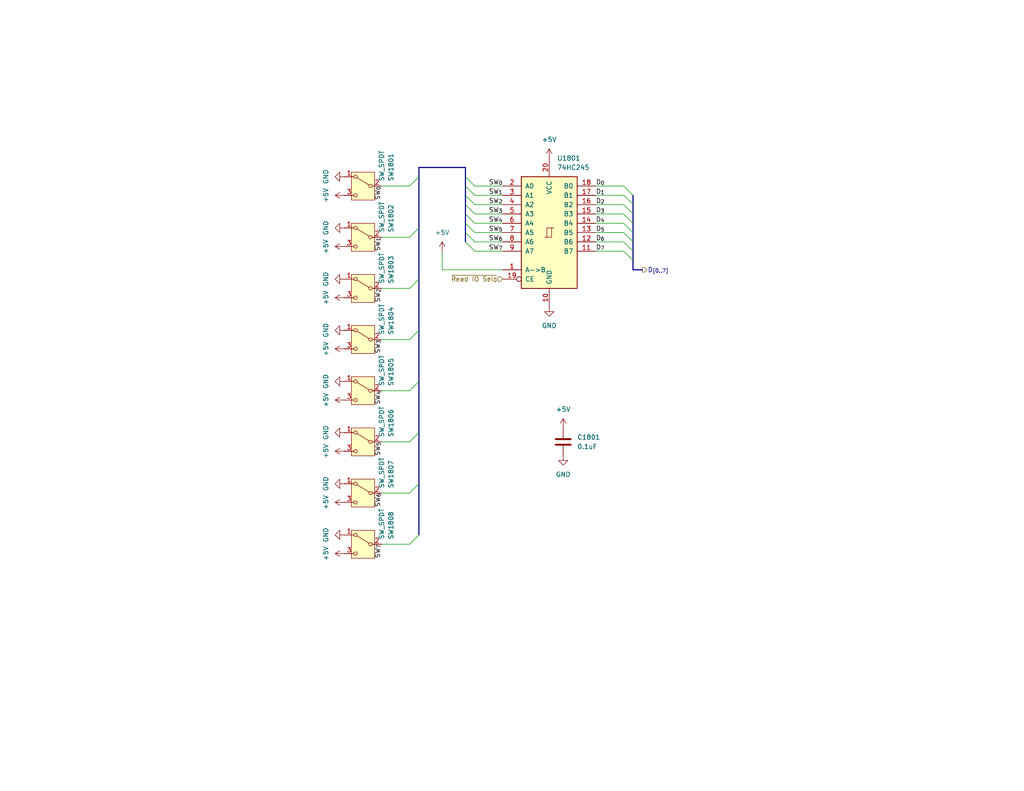
<source format=kicad_sch>
(kicad_sch (version 20250114) (generator "eeschema") (generator_version "9.0")
  (paper "USLetter")
  (title_block (title "BRISC8 CPU") (date "2025-06-26") (rev "v1.0.0") (company "Brian Duffy") (comment 3 "Compatible with the BRISC8 assembler and compiler suite.") (comment 4 "Simple 8-bit RISC CPU designed by Brian Duffy to explore the lowest level of computing."))
  (lib_symbols
    (symbol "74xx:74HC245" (pin_names (offset 1.016))
      (property "Reference" "U" (at -7.62 16.51 0))
      (property "Value" "74HC245" (at -7.62 -16.51 0))
      (symbol "74HC245_1_0"
        (polyline (pts (xy -1.27 -1.27) (xy 0.635 -1.27) (xy 0.635 1.27) (xy 1.27 1.27)))
        (polyline (pts (xy -0.635 -1.27) (xy -0.635 1.27) (xy 0.635 1.27)))
        (pin tri_state line (at -12.7 12.7 0) (length 5.08) (name "A0") (number "2"))
        (pin tri_state line (at -12.7 10.16 0) (length 5.08) (name "A1") (number "3"))
        (pin tri_state line (at -12.7 7.62 0) (length 5.08) (name "A2") (number "4"))
        (pin tri_state line (at -12.7 5.08 0) (length 5.08) (name "A3") (number "5"))
        (pin tri_state line (at -12.7 2.54 0) (length 5.08) (name "A4") (number "6"))
        (pin tri_state line (at -12.7 0 0) (length 5.08) (name "A5") (number "7"))
        (pin tri_state line (at -12.7 -2.54 0) (length 5.08) (name "A6") (number "8"))
        (pin tri_state line (at -12.7 -5.08 0) (length 5.08) (name "A7") (number "9"))
        (pin input line (at -12.7 -10.16 0) (length 5.08) (name "A->B") (number "1"))
        (pin input inverted (at -12.7 -12.7 0) (length 5.08) (name "CE") (number "19"))
        (pin power_in line (at 0 20.32 270) (length 5.08) (name "VCC") (number "20"))
        (pin power_in line (at 0 -20.32 90) (length 5.08) (name "GND") (number "10"))
        (pin tri_state line (at 12.7 12.7 180) (length 5.08) (name "B0") (number "18"))
        (pin tri_state line (at 12.7 10.16 180) (length 5.08) (name "B1") (number "17"))
        (pin tri_state line (at 12.7 7.62 180) (length 5.08) (name "B2") (number "16"))
        (pin tri_state line (at 12.7 5.08 180) (length 5.08) (name "B3") (number "15"))
        (pin tri_state line (at 12.7 2.54 180) (length 5.08) (name "B4") (number "14"))
        (pin tri_state line (at 12.7 0 180) (length 5.08) (name "B5") (number "13"))
        (pin tri_state line (at 12.7 -2.54 180) (length 5.08) (name "B6") (number "12"))
        (pin tri_state line (at 12.7 -5.08 180) (length 5.08) (name "B7") (number "11"))
      )
      (symbol "74HC245_1_1"
        (rectangle (start -7.62 15.24) (end 7.62 -15.24) (stroke (width 0.254)) (fill (type background)))
      )
    )
    (symbol "Device:C" (pin_numbers (hide yes)) (pin_names (offset 0.254))
      (property "Reference" "C" (at 0.635 2.54 0))
      (property "Value" "C" (at 0.635 -2.54 0))
      (symbol "C_0_1"
        (polyline (pts (xy -2.032 0.762) (xy 2.032 0.762)) (stroke (width 0.508)))
        (polyline (pts (xy -2.032 -0.762) (xy 2.032 -0.762)) (stroke (width 0.508)))
      )
      (symbol "C_1_1"
        (pin passive line (at 0 3.81 270) (length 2.794) (name "~") (number "1"))
        (pin passive line (at 0 -3.81 90) (length 2.794) (name "~") (number "2"))
      )
    )
    (symbol "Switch:SW_SPDT" (pin_names (offset 0) (hide yes))
      (property "Reference" "SW" (at 0 5.08 0))
      (property "Value" "SW_SPDT" (at 0 -5.08 0))
      (symbol "SW_SPDT_0_1"
        (circle (center -2.032 0) (radius 0.4572))
        (polyline (pts (xy -1.651 0.254) (xy 1.651 2.286)))
        (circle (center 2.032 2.54) (radius 0.4572))
        (circle (center 2.032 -2.54) (radius 0.4572))
      )
      (symbol "SW_SPDT_1_1"
        (rectangle (start -3.175 3.81) (end 3.175 -3.81) (fill (type background)))
        (pin passive line (at -5.08 0 0) (length 2.54) (name "B") (number "2"))
        (pin passive line (at 5.08 2.54 180) (length 2.54) (name "A") (number "1"))
        (pin passive line (at 5.08 -2.54 180) (length 2.54) (name "C") (number "3"))
      )
    )
    (symbol "power:+5V" (power) (pin_numbers (hide yes)) (pin_names (offset 0) (hide yes))
      (property "Value" "+5V" (at 0 3.556 0))
      (symbol "+5V_0_1"
        (polyline (pts (xy -0.762 1.27) (xy 0 2.54)))
        (polyline (pts (xy 0 2.54) (xy 0.762 1.27)))
        (polyline (pts (xy 0 0) (xy 0 2.54)))
      )
      (symbol "+5V_1_1"
        (pin power_in line (at 0 0 90) (length 0) (name "~") (number "1"))
      )
    )
    (symbol "power:GND" (power) (pin_numbers (hide yes)) (pin_names (offset 0) (hide yes))
      (property "Value" "GND" (at 0 -3.81 0))
      (symbol "GND_0_1"
        (polyline (pts (xy 0 0) (xy 0 -1.27) (xy 1.27 -1.27) (xy 0 -2.54) (xy -1.27 -1.27) (xy 0 -1.27)))
      )
      (symbol "GND_1_1"
        (pin power_in line (at 0 0 270) (length 0) (name "~") (number "1"))
      )
    )
  )
  (bus_entry (at 127 55.88) (size 2.54 2.54))
  (bus_entry (at 114.3 132.08) (size -2.54 2.54))
  (bus_entry (at 170.18 55.88) (size 2.54 2.54))
  (bus_entry (at 127 48.26) (size 2.54 2.54))
  (bus_entry (at 114.3 76.2) (size -2.54 2.54))
  (bus_entry (at 114.3 48.26) (size -2.54 2.54))
  (bus_entry (at 114.3 104.14) (size -2.54 2.54))
  (bus_entry (at 170.18 53.34) (size 2.54 2.54))
  (bus_entry (at 127 66.04) (size 2.54 2.54))
  (bus_entry (at 170.18 66.04) (size 2.54 2.54))
  (bus_entry (at 114.3 118.11) (size -2.54 2.54))
  (bus_entry (at 114.3 146.05) (size -2.54 2.54))
  (bus_entry (at 127 50.8) (size 2.54 2.54))
  (bus_entry (at 170.18 68.58) (size 2.54 2.54))
  (bus_entry (at 127 63.5) (size 2.54 2.54))
  (bus_entry (at 127 58.42) (size 2.54 2.54))
  (bus_entry (at 170.18 50.8) (size 2.54 2.54))
  (bus_entry (at 114.3 90.17) (size -2.54 2.54))
  (bus_entry (at 170.18 60.96) (size 2.54 2.54))
  (bus_entry (at 127 53.34) (size 2.54 2.54))
  (bus_entry (at 170.18 58.42) (size 2.54 2.54))
  (bus_entry (at 170.18 63.5) (size 2.54 2.54))
  (bus_entry (at 114.3 62.23) (size -2.54 2.54))
  (bus_entry (at 127 60.96) (size 2.54 2.54))
  (bus (pts (xy 172.72 73.66) (xy 175.26 73.66)))
  (wire (pts (xy 129.54 58.42) (xy 137.16 58.42)))
  (bus (pts (xy 127 58.42) (xy 127 60.96)))
  (bus (pts (xy 114.3 62.23) (xy 114.3 48.26)))
  (wire (pts (xy 120.65 68.58) (xy 120.65 73.66)))
  (wire (pts (xy 129.54 55.88) (xy 137.16 55.88)))
  (bus (pts (xy 127 45.72) (xy 114.3 45.72)))
  (bus (pts (xy 127 55.88) (xy 127 58.42)))
  (wire (pts (xy 162.56 68.58) (xy 170.18 68.58)))
  (bus (pts (xy 114.3 132.08) (xy 114.3 118.11)))
  (bus (pts (xy 114.3 76.2) (xy 114.3 62.23)))
  (wire (pts (xy 111.76 50.8) (xy 104.14 50.8)))
  (bus (pts (xy 172.72 66.04) (xy 172.72 68.58)))
  (wire (pts (xy 111.76 120.65) (xy 104.14 120.65)))
  (bus (pts (xy 114.3 146.05) (xy 114.3 132.08)))
  (bus (pts (xy 114.3 48.26) (xy 114.3 45.72)))
  (wire (pts (xy 162.56 66.04) (xy 170.18 66.04)))
  (wire (pts (xy 162.56 53.34) (xy 170.18 53.34)))
  (bus (pts (xy 127 60.96) (xy 127 63.5)))
  (bus (pts (xy 127 48.26) (xy 127 50.8)))
  (bus (pts (xy 127 63.5) (xy 127 66.04)))
  (wire (pts (xy 129.54 53.34) (xy 137.16 53.34)))
  (wire (pts (xy 162.56 60.96) (xy 170.18 60.96)))
  (wire (pts (xy 111.76 134.62) (xy 104.14 134.62)))
  (bus (pts (xy 172.72 53.34) (xy 172.72 55.88)))
  (wire (pts (xy 129.54 60.96) (xy 137.16 60.96)))
  (wire (pts (xy 111.76 64.77) (xy 104.14 64.77)))
  (bus (pts (xy 172.72 58.42) (xy 172.72 60.96)))
  (wire (pts (xy 162.56 55.88) (xy 170.18 55.88)))
  (bus (pts (xy 172.72 60.96) (xy 172.72 63.5)))
  (bus (pts (xy 127 45.72) (xy 127 48.26)))
  (wire (pts (xy 111.76 78.74) (xy 104.14 78.74)))
  (bus (pts (xy 114.3 104.14) (xy 114.3 90.17)))
  (bus (pts (xy 114.3 118.11) (xy 114.3 104.14)))
  (bus (pts (xy 127 53.34) (xy 127 55.88)))
  (wire (pts (xy 162.56 50.8) (xy 170.18 50.8)))
  (bus (pts (xy 172.72 71.12) (xy 172.72 73.66)))
  (wire (pts (xy 129.54 66.04) (xy 137.16 66.04)))
  (wire (pts (xy 111.76 92.71) (xy 104.14 92.71)))
  (bus (pts (xy 114.3 90.17) (xy 114.3 76.2)))
  (wire (pts (xy 162.56 58.42) (xy 170.18 58.42)))
  (bus (pts (xy 172.72 68.58) (xy 172.72 71.12)))
  (wire (pts (xy 129.54 50.8) (xy 137.16 50.8)))
  (wire (pts (xy 137.16 73.66) (xy 120.65 73.66)))
  (wire (pts (xy 129.54 68.58) (xy 137.16 68.58)))
  (wire (pts (xy 129.54 63.5) (xy 137.16 63.5)))
  (bus (pts (xy 172.72 55.88) (xy 172.72 58.42)))
  (wire (pts (xy 111.76 148.59) (xy 104.14 148.59)))
  (bus (pts (xy 172.72 63.5) (xy 172.72 66.04)))
  (wire (pts (xy 162.56 63.5) (xy 170.18 63.5)))
  (bus (pts (xy 127 50.8) (xy 127 53.34)))
  (wire (pts (xy 111.76 106.68) (xy 104.14 106.68)))
  (label "SW_{3}" (at 137.16 58.42 180))
  (label "SW_{6}" (at 104.14 134.62 270))
  (label "D_{1}" (at 162.56 53.34 0))
  (label "D_{6}" (at 162.56 66.04 0))
  (label "SW_{0}" (at 104.14 50.8 270))
  (label "SW_{5}" (at 137.16 63.5 180))
  (label "D_{4}" (at 162.56 60.96 0))
  (label "SW_{5}" (at 104.14 120.65 270))
  (label "SW_{3}" (at 104.14 92.71 270))
  (label "D_{0}" (at 162.56 50.8 0))
  (label "SW_{7}" (at 104.14 148.59 270))
  (label "SW_{2}" (at 137.16 55.88 180))
  (label "SW_{4}" (at 137.16 60.96 180))
  (label "SW_{4}" (at 104.14 106.68 270))
  (label "D_{7}" (at 162.56 68.58 0))
  (label "D_{2}" (at 162.56 55.88 0))
  (label "D_{5}" (at 162.56 63.5 0))
  (label "SW_{7}" (at 137.16 68.58 180))
  (label "SW_{1}" (at 104.14 64.77 270))
  (label "SW_{2}" (at 104.14 78.74 270))
  (label "D_{3}" (at 162.56 58.42 0))
  (label "SW_{6}" (at 137.16 66.04 180))
  (label "SW_{0}" (at 137.16 50.8 180))
  (label "SW_{1}" (at 137.16 53.34 180))
  (hierarchical_label "D_{[0..7]}" (shape output) (at 175.26 73.66 0))
  (hierarchical_label "~{Read IO Sel_{0}}" (shape input) (at 137.16 76.2 180))
  (symbol (lib_id "power:GND") (at 153.67 124.46 0) (unit 1)
    (property "Reference" "#PWR01817" (effects (hide yes)))
    (property "Value" "GND" (at 153.67 129.54 0))
    (property "Description" "Power symbol creates a global label with name \"GND\" , ground" (effects (hide yes)))
  )
  (symbol (lib_id "Switch:SW_SPDT") (at 99.06 78.74 0) (mirror y) (unit 1)
    (property "Reference" "SW1803" (at 106.68 77.47 90) (effects (justify left)))
    (property "Value" "SW_SPDT" (at 104.14 77.47 90) (effects (justify left)))
    (property "Footprint" "Button_Switch_THT:SW_Slide-03_Wuerth-WS-SLTV_10x2.5x6.4_P2.54mm" (effects (hide yes)))
    (property "Description" "Switch, single pole double throw" (effects (hide yes)))
  )
  (symbol (lib_id "74xx:74HC245") (at 149.86 63.5 0) (unit 1)
    (property "Reference" "U1801" (at 152.0033 43.18 0) (effects (justify left)))
    (property "Value" "74HC245" (at 152.0033 45.72 0) (effects (justify left)))
    (property "Footprint" "Package_DIP:DIP-20_W7.62mm" (effects (hide yes)))
    (property "Datasheet" "http://www.ti.com/lit/gpn/sn74HC245" (effects (hide yes)))
    (property "Description" "Octal BUS Transceivers, 3-State outputs" (effects (hide yes)))
  )
  (symbol (lib_id "power:+5V") (at 93.98 123.19 90) (mirror x) (unit 1)
    (property "Reference" "#PWR01816" (effects (hide yes)))
    (property "Value" "+5V" (at 88.9 123.19 0))
    (property "Description" "Power symbol creates a global label with name \"+5V\"" (effects (hide yes)))
  )
  (symbol (lib_id "power:+5V") (at 93.98 137.16 90) (mirror x) (unit 1)
    (property "Reference" "#PWR01819" (effects (hide yes)))
    (property "Value" "+5V" (at 88.9 137.16 0))
    (property "Description" "Power symbol creates a global label with name \"+5V\"" (effects (hide yes)))
  )
  (symbol (lib_id "power:+5V") (at 149.86 43.18 0) (unit 1)
    (property "Reference" "#PWR01801" (effects (hide yes)))
    (property "Value" "+5V" (at 149.86 38.1 0))
    (property "Description" "Power symbol creates a global label with name \"+5V\"" (effects (hide yes)))
  )
  (symbol (lib_id "power:+5V") (at 93.98 67.31 90) (mirror x) (unit 1)
    (property "Reference" "#PWR01805" (effects (hide yes)))
    (property "Value" "+5V" (at 88.9 67.31 0))
    (property "Description" "Power symbol creates a global label with name \"+5V\"" (effects (hide yes)))
  )
  (symbol (lib_id "Switch:SW_SPDT") (at 99.06 50.8 0) (mirror y) (unit 1)
    (property "Reference" "SW1801" (at 106.68 49.53 90) (effects (justify left)))
    (property "Value" "SW_SPDT" (at 104.14 49.53 90) (effects (justify left)))
    (property "Footprint" "Button_Switch_THT:SW_Slide-03_Wuerth-WS-SLTV_10x2.5x6.4_P2.54mm" (effects (hide yes)))
    (property "Description" "Switch, single pole double throw" (effects (hide yes)))
  )
  (symbol (lib_id "power:GND") (at 93.98 146.05 270) (mirror x) (unit 1)
    (property "Reference" "#PWR01820" (effects (hide yes)))
    (property "Value" "GND" (at 88.9 146.05 0))
    (property "Description" "Power symbol creates a global label with name \"GND\" , ground" (effects (hide yes)))
  )
  (symbol (lib_id "power:+5V") (at 93.98 151.13 90) (mirror x) (unit 1)
    (property "Reference" "#PWR01821" (effects (hide yes)))
    (property "Value" "+5V" (at 88.9 151.13 0))
    (property "Description" "Power symbol creates a global label with name \"+5V\"" (effects (hide yes)))
  )
  (symbol (lib_id "Switch:SW_SPDT") (at 99.06 134.62 0) (mirror y) (unit 1)
    (property "Reference" "SW1807" (at 106.68 133.35 90) (effects (justify left)))
    (property "Value" "SW_SPDT" (at 104.14 133.35 90) (effects (justify left)))
    (property "Footprint" "Button_Switch_THT:SW_Slide-03_Wuerth-WS-SLTV_10x2.5x6.4_P2.54mm" (effects (hide yes)))
    (property "Description" "Switch, single pole double throw" (effects (hide yes)))
  )
  (symbol (lib_id "Switch:SW_SPDT") (at 99.06 92.71 0) (mirror y) (unit 1)
    (property "Reference" "SW1804" (at 106.68 91.44 90) (effects (justify left)))
    (property "Value" "SW_SPDT" (at 104.14 91.44 90) (effects (justify left)))
    (property "Footprint" "Button_Switch_THT:SW_Slide-03_Wuerth-WS-SLTV_10x2.5x6.4_P2.54mm" (effects (hide yes)))
    (property "Description" "Switch, single pole double throw" (effects (hide yes)))
  )
  (symbol (lib_id "Switch:SW_SPDT") (at 99.06 106.68 0) (mirror y) (unit 1)
    (property "Reference" "SW1805" (at 106.68 105.41 90) (effects (justify left)))
    (property "Value" "SW_SPDT" (at 104.14 105.41 90) (effects (justify left)))
    (property "Footprint" "Button_Switch_THT:SW_Slide-03_Wuerth-WS-SLTV_10x2.5x6.4_P2.54mm" (effects (hide yes)))
    (property "Description" "Switch, single pole double throw" (effects (hide yes)))
  )
  (symbol (lib_id "power:GND") (at 93.98 90.17 270) (mirror x) (unit 1)
    (property "Reference" "#PWR01810" (effects (hide yes)))
    (property "Value" "GND" (at 88.9 90.17 0))
    (property "Description" "Power symbol creates a global label with name \"GND\" , ground" (effects (hide yes)))
  )
  (symbol (lib_id "power:GND") (at 93.98 132.08 270) (mirror x) (unit 1)
    (property "Reference" "#PWR01818" (effects (hide yes)))
    (property "Value" "GND" (at 88.9 132.08 0))
    (property "Description" "Power symbol creates a global label with name \"GND\" , ground" (effects (hide yes)))
  )
  (symbol (lib_id "power:GND") (at 93.98 76.2 270) (mirror x) (unit 1)
    (property "Reference" "#PWR01807" (effects (hide yes)))
    (property "Value" "GND" (at 88.9 76.2 0))
    (property "Description" "Power symbol creates a global label with name \"GND\" , ground" (effects (hide yes)))
  )
  (symbol (lib_id "power:GND") (at 93.98 118.11 270) (mirror x) (unit 1)
    (property "Reference" "#PWR01815" (effects (hide yes)))
    (property "Value" "GND" (at 88.9 118.11 0))
    (property "Description" "Power symbol creates a global label with name \"GND\" , ground" (effects (hide yes)))
  )
  (symbol (lib_id "Device:C") (at 153.67 120.65 0) (unit 1)
    (property "Reference" "C1801" (at 157.48 119.3799 0) (effects (justify left)))
    (property "Value" "0.1uF" (at 157.48 121.9199 0) (effects (justify left)))
    (property "Footprint" "Capacitor_THT:C_Rect_L4.0mm_W2.5mm_P2.50mm" (effects (hide yes)))
    (property "Description" "Unpolarized capacitor" (effects (hide yes)))
  )
  (symbol (lib_id "power:+5V") (at 93.98 95.25 90) (mirror x) (unit 1)
    (property "Reference" "#PWR01811" (effects (hide yes)))
    (property "Value" "+5V" (at 88.9 95.25 0))
    (property "Description" "Power symbol creates a global label with name \"+5V\"" (effects (hide yes)))
  )
  (symbol (lib_id "power:GND") (at 93.98 104.14 270) (mirror x) (unit 1)
    (property "Reference" "#PWR01812" (effects (hide yes)))
    (property "Value" "GND" (at 88.9 104.14 0))
    (property "Description" "Power symbol creates a global label with name \"GND\" , ground" (effects (hide yes)))
  )
  (symbol (lib_id "power:GND") (at 149.86 83.82 0) (unit 1)
    (property "Reference" "#PWR01809" (effects (hide yes)))
    (property "Value" "GND" (at 149.86 88.9 0))
    (property "Description" "Power symbol creates a global label with name \"GND\" , ground" (effects (hide yes)))
  )
  (symbol (lib_id "power:+5V") (at 93.98 81.28 90) (mirror x) (unit 1)
    (property "Reference" "#PWR01808" (effects (hide yes)))
    (property "Value" "+5V" (at 88.9 81.28 0))
    (property "Description" "Power symbol creates a global label with name \"+5V\"" (effects (hide yes)))
  )
  (symbol (lib_id "power:+5V") (at 93.98 109.22 90) (mirror x) (unit 1)
    (property "Reference" "#PWR01813" (effects (hide yes)))
    (property "Value" "+5V" (at 88.9 109.22 0))
    (property "Description" "Power symbol creates a global label with name \"+5V\"" (effects (hide yes)))
  )
  (symbol (lib_id "power:+5V") (at 153.67 116.84 0) (unit 1)
    (property "Reference" "#PWR01814" (effects (hide yes)))
    (property "Value" "+5V" (at 153.67 111.76 0))
    (property "Description" "Power symbol creates a global label with name \"+5V\"" (effects (hide yes)))
  )
  (symbol (lib_id "Switch:SW_SPDT") (at 99.06 64.77 0) (mirror y) (unit 1)
    (property "Reference" "SW1802" (at 106.68 63.5 90) (effects (justify left)))
    (property "Value" "SW_SPDT" (at 104.14 63.5 90) (effects (justify left)))
    (property "Footprint" "Button_Switch_THT:SW_Slide-03_Wuerth-WS-SLTV_10x2.5x6.4_P2.54mm" (effects (hide yes)))
    (property "Description" "Switch, single pole double throw" (effects (hide yes)))
  )
  (symbol (lib_id "power:GND") (at 93.98 48.26 270) (mirror x) (unit 1)
    (property "Reference" "#PWR01802" (effects (hide yes)))
    (property "Value" "GND" (at 88.9 48.26 0))
    (property "Description" "Power symbol creates a global label with name \"GND\" , ground" (effects (hide yes)))
  )
  (symbol (lib_id "power:GND") (at 93.98 62.23 270) (mirror x) (unit 1)
    (property "Reference" "#PWR01804" (effects (hide yes)))
    (property "Value" "GND" (at 88.9 62.23 0))
    (property "Description" "Power symbol creates a global label with name \"GND\" , ground" (effects (hide yes)))
  )
  (symbol (lib_id "power:+5V") (at 120.65 68.58 0) (unit 1)
    (property "Reference" "#PWR01806" (effects (hide yes)))
    (property "Value" "+5V" (at 120.65 63.5 0))
    (property "Description" "Power symbol creates a global label with name \"+5V\"" (effects (hide yes)))
  )
  (symbol (lib_id "Switch:SW_SPDT") (at 99.06 148.59 0) (mirror y) (unit 1)
    (property "Reference" "SW1808" (at 106.68 147.32 90) (effects (justify left)))
    (property "Value" "SW_SPDT" (at 104.14 147.32 90) (effects (justify left)))
    (property "Footprint" "Button_Switch_THT:SW_Slide-03_Wuerth-WS-SLTV_10x2.5x6.4_P2.54mm" (effects (hide yes)))
    (property "Description" "Switch, single pole double throw" (effects (hide yes)))
  )
  (symbol (lib_id "power:+5V") (at 93.98 53.34 90) (mirror x) (unit 1)
    (property "Reference" "#PWR01803" (effects (hide yes)))
    (property "Value" "+5V" (at 88.9 53.34 0))
    (property "Description" "Power symbol creates a global label with name \"+5V\"" (effects (hide yes)))
  )
  (symbol (lib_id "Switch:SW_SPDT") (at 99.06 120.65 0) (mirror y) (unit 1)
    (property "Reference" "SW1806" (at 106.68 119.38 90) (effects (justify left)))
    (property "Value" "SW_SPDT" (at 104.14 119.38 90) (effects (justify left)))
    (property "Footprint" "Button_Switch_THT:SW_Slide-03_Wuerth-WS-SLTV_10x2.5x6.4_P2.54mm" (effects (hide yes)))
    (property "Description" "Switch, single pole double throw" (effects (hide yes)))
  )
)
</source>
